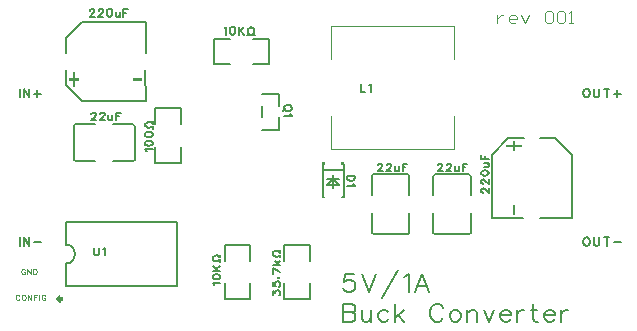
<source format=gto>
G04 Layer: TopSilkscreenLayer*
G04 EasyEDA Pro v2.2.45.4, 2025-12-13 17:00:57*
G04 Gerber Generator version 0.3*
G04 Scale: 100 percent, Rotated: No, Reflected: No*
G04 Dimensions in millimeters*
G04 Leading zeros omitted, absolute positions, 4 integers and 5 decimals*
G04 Generated by one-click*
%FSLAX45Y45*%
%MOMM*%
%ADD10C,0.2032*%
%ADD11C,0.1016*%
%ADD12C,0.1524*%
%ADD13C,0.15001*%
%ADD14C,0.15199*%
%ADD15C,0.11999*%
%ADD16C,0.3023*%
%ADD17C,0.3*%
G75*


G04 Text Start*
G54D10*
G01X728726Y-430022D02*
G01X722122Y-433324D01*
G01X715264Y-439928D01*
G01X711962Y-446532D01*
G01X708660Y-456692D01*
G01X708660Y-473202D01*
G01X711962Y-483362D01*
G01X715264Y-489966D01*
G01X722122Y-496570D01*
G01X728726Y-499872D01*
G01X741934Y-499872D01*
G01X748792Y-496570D01*
G01X755396Y-489966D01*
G01X758698Y-483362D01*
G01X762000Y-473202D01*
G01X762000Y-456692D01*
G01X758698Y-446532D01*
G01X755396Y-439928D01*
G01X748792Y-433324D01*
G01X741934Y-430022D01*
G01X728726Y-430022D01*
G01X798322Y-430022D02*
G01X798322Y-479806D01*
G01X801624Y-489966D01*
G01X808228Y-496570D01*
G01X818388Y-499872D01*
G01X824992Y-499872D01*
G01X834898Y-496570D01*
G01X841756Y-489966D01*
G01X845058Y-479806D01*
G01X845058Y-430022D01*
G01X904748Y-430022D02*
G01X904748Y-499872D01*
G01X881380Y-430022D02*
G01X928116Y-430022D01*
G01X994410Y-439928D02*
G01X994410Y-499872D01*
G01X964438Y-469900D02*
G01X1024382Y-469900D01*
G01X728726Y-1687322D02*
G01X722122Y-1690624D01*
G01X715264Y-1697228D01*
G01X711962Y-1703832D01*
G01X708660Y-1713992D01*
G01X708660Y-1730502D01*
G01X711962Y-1740662D01*
G01X715264Y-1747266D01*
G01X722122Y-1753870D01*
G01X728726Y-1757172D01*
G01X741934Y-1757172D01*
G01X748792Y-1753870D01*
G01X755396Y-1747266D01*
G01X758698Y-1740662D01*
G01X762000Y-1730502D01*
G01X762000Y-1713992D01*
G01X758698Y-1703832D01*
G01X755396Y-1697228D01*
G01X748792Y-1690624D01*
G01X741934Y-1687322D01*
G01X728726Y-1687322D01*
G01X798322Y-1687322D02*
G01X798322Y-1737106D01*
G01X801624Y-1747266D01*
G01X808228Y-1753870D01*
G01X818388Y-1757172D01*
G01X824992Y-1757172D01*
G01X834898Y-1753870D01*
G01X841756Y-1747266D01*
G01X845058Y-1737106D01*
G01X845058Y-1687322D01*
G01X904748Y-1687322D02*
G01X904748Y-1757172D01*
G01X881380Y-1687322D02*
G01X928116Y-1687322D01*
G01X964438Y-1727200D02*
G01X1024382Y-1727200D01*
G01X-1235710Y-1995170D02*
G01X-1308608Y-1995170D01*
G01X-1315974Y-2060956D01*
G01X-1308608Y-2053590D01*
G01X-1286764Y-2046224D01*
G01X-1264920Y-2046224D01*
G01X-1243076Y-2053590D01*
G01X-1228344Y-2068322D01*
G01X-1220978Y-2090166D01*
G01X-1220978Y-2104644D01*
G01X-1228344Y-2126742D01*
G01X-1243076Y-2141220D01*
G01X-1264920Y-2148586D01*
G01X-1286764Y-2148586D01*
G01X-1308608Y-2141220D01*
G01X-1315974Y-2133854D01*
G01X-1323340Y-2119376D01*
G01X-1165606Y-1995170D02*
G01X-1107186Y-2148586D01*
G01X-1048766Y-1995170D02*
G01X-1107186Y-2148586D01*
G01X-861822Y-1965960D02*
G01X-993394Y-2199640D01*
G01X-806450Y-2024380D02*
G01X-791718Y-2017014D01*
G01X-769874Y-1995170D01*
G01X-769874Y-2148586D01*
G01X-656082Y-1995170D02*
G01X-714502Y-2148586D01*
G01X-656082Y-1995170D02*
G01X-597662Y-2148586D01*
G01X-692658Y-2097532D02*
G01X-619506Y-2097532D01*
G01X-1323340Y-2249170D02*
G01X-1323340Y-2402586D01*
G01X-1323340Y-2249170D02*
G01X-1257554Y-2249170D01*
G01X-1235710Y-2256536D01*
G01X-1228344Y-2263902D01*
G01X-1220978Y-2278380D01*
G01X-1220978Y-2293112D01*
G01X-1228344Y-2307590D01*
G01X-1235710Y-2314956D01*
G01X-1257554Y-2322322D01*
G01X-1323340Y-2322322D02*
G01X-1257554Y-2322322D01*
G01X-1235710Y-2329434D01*
G01X-1228344Y-2336800D01*
G01X-1220978Y-2351532D01*
G01X-1220978Y-2373376D01*
G01X-1228344Y-2387854D01*
G01X-1235710Y-2395220D01*
G01X-1257554Y-2402586D01*
G01X-1323340Y-2402586D01*
G01X-1165606Y-2300224D02*
G01X-1165606Y-2373376D01*
G01X-1158240Y-2395220D01*
G01X-1143762Y-2402586D01*
G01X-1121664Y-2402586D01*
G01X-1107186Y-2395220D01*
G01X-1085342Y-2373376D01*
G01X-1085342Y-2300224D02*
G01X-1085342Y-2402586D01*
G01X-942340Y-2322322D02*
G01X-956818Y-2307590D01*
G01X-971550Y-2300224D01*
G01X-993394Y-2300224D01*
G01X-1008126Y-2307590D01*
G01X-1022604Y-2322322D01*
G01X-1029970Y-2344166D01*
G01X-1029970Y-2358644D01*
G01X-1022604Y-2380742D01*
G01X-1008126Y-2395220D01*
G01X-993394Y-2402586D01*
G01X-971550Y-2402586D01*
G01X-956818Y-2395220D01*
G01X-942340Y-2380742D01*
G01X-886968Y-2249170D02*
G01X-886968Y-2402586D01*
G01X-813816Y-2300224D02*
G01X-886968Y-2373376D01*
G01X-857758Y-2344166D02*
G01X-806704Y-2402586D01*
G01X-478282Y-2285746D02*
G01X-485394Y-2271014D01*
G01X-500126Y-2256536D01*
G01X-514604Y-2249170D01*
G01X-543814Y-2249170D01*
G01X-558546Y-2256536D01*
G01X-573024Y-2271014D01*
G01X-580390Y-2285746D01*
G01X-587756Y-2307590D01*
G01X-587756Y-2344166D01*
G01X-580390Y-2366010D01*
G01X-573024Y-2380742D01*
G01X-558546Y-2395220D01*
G01X-543814Y-2402586D01*
G01X-514604Y-2402586D01*
G01X-500126Y-2395220D01*
G01X-485394Y-2380742D01*
G01X-478282Y-2366010D01*
G01X-386334Y-2300224D02*
G01X-401066Y-2307590D01*
G01X-415544Y-2322322D01*
G01X-422910Y-2344166D01*
G01X-422910Y-2358644D01*
G01X-415544Y-2380742D01*
G01X-401066Y-2395220D01*
G01X-386334Y-2402586D01*
G01X-364490Y-2402586D01*
G01X-349758Y-2395220D01*
G01X-335280Y-2380742D01*
G01X-327914Y-2358644D01*
G01X-327914Y-2344166D01*
G01X-335280Y-2322322D01*
G01X-349758Y-2307590D01*
G01X-364490Y-2300224D01*
G01X-386334Y-2300224D01*
G01X-272542Y-2300224D02*
G01X-272542Y-2402586D01*
G01X-272542Y-2329434D02*
G01X-250698Y-2307590D01*
G01X-235966Y-2300224D01*
G01X-214122Y-2300224D01*
G01X-199390Y-2307590D01*
G01X-192278Y-2329434D01*
G01X-192278Y-2402586D01*
G01X-136906Y-2300224D02*
G01X-92964Y-2402586D01*
G01X-49276Y-2300224D02*
G01X-92964Y-2402586D01*
G01X6096Y-2344166D02*
G01X93726Y-2344166D01*
G01X93726Y-2329434D01*
G01X86360Y-2314956D01*
G01X79248Y-2307590D01*
G01X64516Y-2300224D01*
G01X42672Y-2300224D01*
G01X27940Y-2307590D01*
G01X13462Y-2322322D01*
G01X6096Y-2344166D01*
G01X6096Y-2358644D01*
G01X13462Y-2380742D01*
G01X27940Y-2395220D01*
G01X42672Y-2402586D01*
G01X64516Y-2402586D01*
G01X79248Y-2395220D01*
G01X93726Y-2380742D01*
G01X149098Y-2300224D02*
G01X149098Y-2402586D01*
G01X149098Y-2344166D02*
G01X156464Y-2322322D01*
G01X170942Y-2307590D01*
G01X185674Y-2300224D01*
G01X207518Y-2300224D01*
G01X284734Y-2249170D02*
G01X284734Y-2373376D01*
G01X292100Y-2395220D01*
G01X306832Y-2402586D01*
G01X321310Y-2402586D01*
G01X262890Y-2300224D02*
G01X313944Y-2300224D01*
G01X376682Y-2344166D02*
G01X464312Y-2344166D01*
G01X464312Y-2329434D01*
G01X456946Y-2314956D01*
G01X449834Y-2307590D01*
G01X435102Y-2300224D01*
G01X413258Y-2300224D01*
G01X398526Y-2307590D01*
G01X384048Y-2322322D01*
G01X376682Y-2344166D01*
G01X376682Y-2358644D01*
G01X384048Y-2380742D01*
G01X398526Y-2395220D01*
G01X413258Y-2402586D01*
G01X435102Y-2402586D01*
G01X449834Y-2395220D01*
G01X464312Y-2380742D01*
G01X519684Y-2300224D02*
G01X519684Y-2402586D01*
G01X519684Y-2344166D02*
G01X527050Y-2322322D01*
G01X541528Y-2307590D01*
G01X556260Y-2300224D01*
G01X578104Y-2300224D01*
G01X-4064762Y-430022D02*
G01X-4064762Y-499872D01*
G01X-4028440Y-430022D02*
G01X-4028440Y-499872D01*
G01X-4028440Y-430022D02*
G01X-3981704Y-499872D01*
G01X-3981704Y-430022D02*
G01X-3981704Y-499872D01*
G01X-3915410Y-439928D02*
G01X-3915410Y-499872D01*
G01X-3945382Y-469900D02*
G01X-3885438Y-469900D01*
G01X-4064762Y-1687322D02*
G01X-4064762Y-1757172D01*
G01X-4028440Y-1687322D02*
G01X-4028440Y-1757172D01*
G01X-4028440Y-1687322D02*
G01X-3981704Y-1757172D01*
G01X-3981704Y-1687322D02*
G01X-3981704Y-1757172D01*
G01X-3945382Y-1727200D02*
G01X-3885438Y-1727200D01*
G54D11*
G01X-25400Y160782D02*
G01X8382Y194818D01*
G01X8382Y194818D02*
G01X25400Y194818D01*
G01X-25400Y127000D02*
G01X-25400Y160782D01*
G01X-25400Y160782D02*
G01X-25400Y194818D01*
G01X93218Y127000D02*
G01X127000Y127000D01*
G01X76200Y144018D02*
G01X93218Y127000D01*
G01X76200Y177800D02*
G01X93218Y194818D01*
G01X93218Y194818D02*
G01X127000Y194818D01*
G01X127000Y194818D02*
G01X144018Y177800D01*
G01X144018Y160782D02*
G01X144018Y177800D01*
G01X76200Y160782D02*
G01X144018Y160782D01*
G01X76200Y144018D02*
G01X76200Y160782D01*
G01X76200Y160782D02*
G01X76200Y177800D01*
G01X211836Y127000D02*
G01X177800Y194818D01*
G01X211836Y127000D02*
G01X245618Y194818D01*
G01X381000Y211582D02*
G01X398018Y228600D01*
G01X381000Y144018D02*
G01X381000Y211582D01*
G01X381000Y144018D02*
G01X398018Y127000D01*
G01X398018Y127000D02*
G01X431800Y127000D01*
G01X431800Y127000D02*
G01X448818Y144018D01*
G01X448818Y144018D02*
G01X448818Y211582D01*
G01X431800Y228600D02*
G01X448818Y211582D01*
G01X398018Y228600D02*
G01X431800Y228600D01*
G01X482600Y211582D02*
G01X499618Y228600D01*
G01X482600Y144018D02*
G01X482600Y211582D01*
G01X482600Y144018D02*
G01X499618Y127000D01*
G01X499618Y127000D02*
G01X533400Y127000D01*
G01X533400Y127000D02*
G01X550418Y144018D01*
G01X550418Y144018D02*
G01X550418Y211582D01*
G01X533400Y228600D02*
G01X550418Y211582D01*
G01X499618Y228600D02*
G01X533400Y228600D01*
G01X601218Y127000D02*
G01X601218Y228600D01*
G01X584200Y211582D02*
G01X601218Y228600D01*
G01X584200Y127000D02*
G01X601218Y127000D01*
G01X601218Y127000D02*
G01X618236Y127000D01*
G01X-4066032Y-2182622D02*
G01X-4068064Y-2178558D01*
G01X-4072128Y-2174494D01*
G01X-4076446Y-2172462D01*
G01X-4084574Y-2172462D01*
G01X-4088638Y-2174494D01*
G01X-4092956Y-2178558D01*
G01X-4094988Y-2182622D01*
G01X-4097020Y-2188972D01*
G01X-4097020Y-2199132D01*
G01X-4094988Y-2205482D01*
G01X-4092956Y-2209546D01*
G01X-4088638Y-2213610D01*
G01X-4084574Y-2215642D01*
G01X-4076446Y-2215642D01*
G01X-4072128Y-2213610D01*
G01X-4068064Y-2209546D01*
G01X-4066032Y-2205482D01*
G01X-4033520Y-2172462D02*
G01X-4037584Y-2174494D01*
G01X-4041902Y-2178558D01*
G01X-4043934Y-2182622D01*
G01X-4045966Y-2188972D01*
G01X-4045966Y-2199132D01*
G01X-4043934Y-2205482D01*
G01X-4041902Y-2209546D01*
G01X-4037584Y-2213610D01*
G01X-4033520Y-2215642D01*
G01X-4025392Y-2215642D01*
G01X-4021074Y-2213610D01*
G01X-4017010Y-2209546D01*
G01X-4014978Y-2205482D01*
G01X-4012946Y-2199132D01*
G01X-4012946Y-2188972D01*
G01X-4014978Y-2182622D01*
G01X-4017010Y-2178558D01*
G01X-4021074Y-2174494D01*
G01X-4025392Y-2172462D01*
G01X-4033520Y-2172462D01*
G01X-3992880Y-2172462D02*
G01X-3992880Y-2215642D01*
G01X-3992880Y-2172462D02*
G01X-3963924Y-2215642D01*
G01X-3963924Y-2172462D02*
G01X-3963924Y-2215642D01*
G01X-3943858Y-2172462D02*
G01X-3943858Y-2215642D01*
G01X-3943858Y-2172462D02*
G01X-3916934Y-2172462D01*
G01X-3943858Y-2193036D02*
G01X-3927348Y-2193036D01*
G01X-3896868Y-2172462D02*
G01X-3896868Y-2215642D01*
G01X-3845814Y-2182622D02*
G01X-3847846Y-2178558D01*
G01X-3851910Y-2174494D01*
G01X-3856228Y-2172462D01*
G01X-3864356Y-2172462D01*
G01X-3868420Y-2174494D01*
G01X-3872738Y-2178558D01*
G01X-3874770Y-2182622D01*
G01X-3876802Y-2188972D01*
G01X-3876802Y-2199132D01*
G01X-3874770Y-2205482D01*
G01X-3872738Y-2209546D01*
G01X-3868420Y-2213610D01*
G01X-3864356Y-2215642D01*
G01X-3856228Y-2215642D01*
G01X-3851910Y-2213610D01*
G01X-3847846Y-2209546D01*
G01X-3845814Y-2205482D01*
G01X-3845814Y-2199132D01*
G01X-3856228Y-2199132D02*
G01X-3845814Y-2199132D01*
G01X-4018915Y-1966722D02*
G01X-4020947Y-1962658D01*
G01X-4025011Y-1958594D01*
G01X-4029329Y-1956562D01*
G01X-4037457Y-1956562D01*
G01X-4041521Y-1958594D01*
G01X-4045839Y-1962658D01*
G01X-4047871Y-1966722D01*
G01X-4049903Y-1973072D01*
G01X-4049903Y-1983232D01*
G01X-4047871Y-1989582D01*
G01X-4045839Y-1993646D01*
G01X-4041521Y-1997710D01*
G01X-4037457Y-1999742D01*
G01X-4029329Y-1999742D01*
G01X-4025011Y-1997710D01*
G01X-4020947Y-1993646D01*
G01X-4018915Y-1989582D01*
G01X-4018915Y-1983232D01*
G01X-4029329Y-1983232D02*
G01X-4018915Y-1983232D01*
G01X-3998849Y-1956562D02*
G01X-3998849Y-1999742D01*
G01X-3998849Y-1956562D02*
G01X-3969893Y-1999742D01*
G01X-3969893Y-1956562D02*
G01X-3969893Y-1999742D01*
G01X-3949827Y-1956562D02*
G01X-3949827Y-1999742D01*
G01X-3949827Y-1956562D02*
G01X-3935349Y-1956562D01*
G01X-3929253Y-1958594D01*
G01X-3924935Y-1962658D01*
G01X-3922903Y-1966722D01*
G01X-3920871Y-1973072D01*
G01X-3920871Y-1983232D01*
G01X-3922903Y-1989582D01*
G01X-3924935Y-1993646D01*
G01X-3929253Y-1997710D01*
G01X-3935349Y-1999742D01*
G01X-3949827Y-1999742D01*
G54D12*
G01X-142240Y-1307338D02*
G01X-145288Y-1307338D01*
G01X-151638Y-1304290D01*
G01X-154686Y-1300988D01*
G01X-157734Y-1294892D01*
G01X-157734Y-1282446D01*
G01X-154686Y-1276350D01*
G01X-151638Y-1273302D01*
G01X-145288Y-1270254D01*
G01X-139192Y-1270254D01*
G01X-133096Y-1273302D01*
G01X-123698Y-1279398D01*
G01X-92710Y-1310386D01*
G01X-92710Y-1266952D01*
G01X-142240Y-1233678D02*
G01X-145288Y-1233678D01*
G01X-151638Y-1230630D01*
G01X-154686Y-1227582D01*
G01X-157734Y-1221486D01*
G01X-157734Y-1209040D01*
G01X-154686Y-1202690D01*
G01X-151638Y-1199642D01*
G01X-145288Y-1196594D01*
G01X-139192Y-1196594D01*
G01X-133096Y-1199642D01*
G01X-123698Y-1205992D01*
G01X-92710Y-1236726D01*
G01X-92710Y-1193546D01*
G01X-157734Y-1144778D02*
G01X-154686Y-1154176D01*
G01X-145288Y-1160272D01*
G01X-130048Y-1163320D01*
G01X-120650Y-1163320D01*
G01X-105156Y-1160272D01*
G01X-95758Y-1154176D01*
G01X-92710Y-1144778D01*
G01X-92710Y-1138682D01*
G01X-95758Y-1129284D01*
G01X-105156Y-1123188D01*
G01X-120650Y-1120140D01*
G01X-130048Y-1120140D01*
G01X-145288Y-1123188D01*
G01X-154686Y-1129284D01*
G01X-157734Y-1138682D01*
G01X-157734Y-1144778D01*
G01X-136144Y-1089914D02*
G01X-105156Y-1089914D01*
G01X-95758Y-1086866D01*
G01X-92710Y-1080770D01*
G01X-92710Y-1071372D01*
G01X-95758Y-1065276D01*
G01X-105156Y-1055878D01*
G01X-136144Y-1055878D02*
G01X-92710Y-1055878D01*
G01X-157734Y-1025652D02*
G01X-92710Y-1025652D01*
G01X-157734Y-1025652D02*
G01X-157734Y-985520D01*
G01X-126746Y-1025652D02*
G01X-126746Y-1001014D01*
G01X-522732Y-1076960D02*
G01X-522732Y-1073912D01*
G01X-519684Y-1067562D01*
G01X-516382Y-1064514D01*
G01X-510286Y-1061466D01*
G01X-497840Y-1061466D01*
G01X-491744Y-1064514D01*
G01X-488696Y-1067562D01*
G01X-485648Y-1073912D01*
G01X-485648Y-1080008D01*
G01X-488696Y-1086104D01*
G01X-494792Y-1095502D01*
G01X-525780Y-1126490D01*
G01X-482346Y-1126490D01*
G01X-449072Y-1076960D02*
G01X-449072Y-1073912D01*
G01X-446024Y-1067562D01*
G01X-442976Y-1064514D01*
G01X-436880Y-1061466D01*
G01X-424434Y-1061466D01*
G01X-418084Y-1064514D01*
G01X-415036Y-1067562D01*
G01X-411988Y-1073912D01*
G01X-411988Y-1080008D01*
G01X-415036Y-1086104D01*
G01X-421386Y-1095502D01*
G01X-452120Y-1126490D01*
G01X-408940Y-1126490D01*
G01X-378714Y-1083056D02*
G01X-378714Y-1114044D01*
G01X-375666Y-1123442D01*
G01X-369570Y-1126490D01*
G01X-360172Y-1126490D01*
G01X-354076Y-1123442D01*
G01X-344678Y-1114044D01*
G01X-344678Y-1083056D02*
G01X-344678Y-1126490D01*
G01X-314452Y-1061466D02*
G01X-314452Y-1126490D01*
G01X-314452Y-1061466D02*
G01X-274320Y-1061466D01*
G01X-314452Y-1092454D02*
G01X-289814Y-1092454D01*
G01X-1030732Y-1076960D02*
G01X-1030732Y-1073912D01*
G01X-1027684Y-1067562D01*
G01X-1024382Y-1064514D01*
G01X-1018286Y-1061466D01*
G01X-1005840Y-1061466D01*
G01X-999744Y-1064514D01*
G01X-996696Y-1067562D01*
G01X-993648Y-1073912D01*
G01X-993648Y-1080008D01*
G01X-996696Y-1086104D01*
G01X-1002792Y-1095502D01*
G01X-1033780Y-1126490D01*
G01X-990346Y-1126490D01*
G01X-957072Y-1076960D02*
G01X-957072Y-1073912D01*
G01X-954024Y-1067562D01*
G01X-950976Y-1064514D01*
G01X-944880Y-1061466D01*
G01X-932434Y-1061466D01*
G01X-926084Y-1064514D01*
G01X-923036Y-1067562D01*
G01X-919988Y-1073912D01*
G01X-919988Y-1080008D01*
G01X-923036Y-1086104D01*
G01X-929386Y-1095502D01*
G01X-960120Y-1126490D01*
G01X-916940Y-1126490D01*
G01X-886714Y-1083056D02*
G01X-886714Y-1114044D01*
G01X-883666Y-1123442D01*
G01X-877570Y-1126490D01*
G01X-868172Y-1126490D01*
G01X-862076Y-1123442D01*
G01X-852678Y-1114044D01*
G01X-852678Y-1083056D02*
G01X-852678Y-1126490D01*
G01X-822452Y-1061466D02*
G01X-822452Y-1126490D01*
G01X-822452Y-1061466D02*
G01X-782320Y-1061466D01*
G01X-822452Y-1092454D02*
G01X-797814Y-1092454D01*
G01X-3469132Y231140D02*
G01X-3469132Y234188D01*
G01X-3466084Y240538D01*
G01X-3462782Y243586D01*
G01X-3456686Y246634D01*
G01X-3444240Y246634D01*
G01X-3438144Y243586D01*
G01X-3435096Y240538D01*
G01X-3432048Y234188D01*
G01X-3432048Y228092D01*
G01X-3435096Y221996D01*
G01X-3441192Y212598D01*
G01X-3472180Y181610D01*
G01X-3428746Y181610D01*
G01X-3395472Y231140D02*
G01X-3395472Y234188D01*
G01X-3392424Y240538D01*
G01X-3389376Y243586D01*
G01X-3383280Y246634D01*
G01X-3370834Y246634D01*
G01X-3364484Y243586D01*
G01X-3361436Y240538D01*
G01X-3358388Y234188D01*
G01X-3358388Y228092D01*
G01X-3361436Y221996D01*
G01X-3367786Y212598D01*
G01X-3398520Y181610D01*
G01X-3355340Y181610D01*
G01X-3306572Y246634D02*
G01X-3315970Y243586D01*
G01X-3322066Y234188D01*
G01X-3325114Y218948D01*
G01X-3325114Y209550D01*
G01X-3322066Y194056D01*
G01X-3315970Y184658D01*
G01X-3306572Y181610D01*
G01X-3300476Y181610D01*
G01X-3291078Y184658D01*
G01X-3284982Y194056D01*
G01X-3281934Y209550D01*
G01X-3281934Y218948D01*
G01X-3284982Y234188D01*
G01X-3291078Y243586D01*
G01X-3300476Y246634D01*
G01X-3306572Y246634D01*
G01X-3251708Y225044D02*
G01X-3251708Y194056D01*
G01X-3248660Y184658D01*
G01X-3242564Y181610D01*
G01X-3233166Y181610D01*
G01X-3227070Y184658D01*
G01X-3217672Y194056D01*
G01X-3217672Y225044D02*
G01X-3217672Y181610D01*
G01X-3187446Y246634D02*
G01X-3187446Y181610D01*
G01X-3187446Y246634D02*
G01X-3147314Y246634D01*
G01X-3187446Y215646D02*
G01X-3162808Y215646D01*
G01X-3456432Y-645160D02*
G01X-3456432Y-642112D01*
G01X-3453384Y-635762D01*
G01X-3450082Y-632714D01*
G01X-3443986Y-629666D01*
G01X-3431540Y-629666D01*
G01X-3425444Y-632714D01*
G01X-3422396Y-635762D01*
G01X-3419348Y-642112D01*
G01X-3419348Y-648208D01*
G01X-3422396Y-654304D01*
G01X-3428492Y-663702D01*
G01X-3459480Y-694690D01*
G01X-3416046Y-694690D01*
G01X-3382772Y-645160D02*
G01X-3382772Y-642112D01*
G01X-3379724Y-635762D01*
G01X-3376676Y-632714D01*
G01X-3370580Y-629666D01*
G01X-3358134Y-629666D01*
G01X-3351784Y-632714D01*
G01X-3348736Y-635762D01*
G01X-3345688Y-642112D01*
G01X-3345688Y-648208D01*
G01X-3348736Y-654304D01*
G01X-3355086Y-663702D01*
G01X-3385820Y-694690D01*
G01X-3342640Y-694690D01*
G01X-3312414Y-651256D02*
G01X-3312414Y-682244D01*
G01X-3309366Y-691642D01*
G01X-3303270Y-694690D01*
G01X-3293872Y-694690D01*
G01X-3287776Y-691642D01*
G01X-3278378Y-682244D01*
G01X-3278378Y-651256D02*
G01X-3278378Y-694690D01*
G01X-3248152Y-629666D02*
G01X-3248152Y-694690D01*
G01X-3248152Y-629666D02*
G01X-3208020Y-629666D01*
G01X-3248152Y-660654D02*
G01X-3223514Y-660654D01*
G01X-1226566Y-1163320D02*
G01X-1291590Y-1163320D01*
G01X-1226566Y-1163320D02*
G01X-1226566Y-1184910D01*
G01X-1229614Y-1194308D01*
G01X-1235710Y-1200404D01*
G01X-1242060Y-1203452D01*
G01X-1251204Y-1206754D01*
G01X-1266698Y-1206754D01*
G01X-1276096Y-1203452D01*
G01X-1282192Y-1200404D01*
G01X-1288542Y-1194308D01*
G01X-1291590Y-1184910D01*
G01X-1291590Y-1163320D01*
G01X-1239012Y-1236980D02*
G01X-1235710Y-1243076D01*
G01X-1226566Y-1252220D01*
G01X-1291590Y-1252220D01*
G01X-1759966Y-584962D02*
G01X-1763014Y-578866D01*
G01X-1769110Y-572516D01*
G01X-1775460Y-569468D01*
G01X-1784604Y-566420D01*
G01X-1800098Y-566420D01*
G01X-1809496Y-569468D01*
G01X-1815592Y-572516D01*
G01X-1821942Y-578866D01*
G01X-1824990Y-584962D01*
G01X-1824990Y-597408D01*
G01X-1821942Y-603504D01*
G01X-1815592Y-609854D01*
G01X-1809496Y-612902D01*
G01X-1800098Y-615950D01*
G01X-1784604Y-615950D01*
G01X-1775460Y-612902D01*
G01X-1769110Y-609854D01*
G01X-1763014Y-603504D01*
G01X-1759966Y-597408D01*
G01X-1759966Y-584962D01*
G01X-1812544Y-594360D02*
G01X-1831086Y-612902D01*
G01X-1772412Y-646176D02*
G01X-1769110Y-652272D01*
G01X-1759966Y-661416D01*
G01X-1824990Y-661416D01*
G01X-3434080Y-1772666D02*
G01X-3434080Y-1819148D01*
G01X-3431032Y-1828292D01*
G01X-3424682Y-1834642D01*
G01X-3415538Y-1837690D01*
G01X-3409188Y-1837690D01*
G01X-3400044Y-1834642D01*
G01X-3393948Y-1828292D01*
G01X-3390646Y-1819148D01*
G01X-3390646Y-1772666D01*
G01X-3360420Y-1785112D02*
G01X-3354324Y-1781810D01*
G01X-3345180Y-1772666D01*
G01X-3345180Y-1837690D01*
G01X-2418588Y-2087880D02*
G01X-2421890Y-2081784D01*
G01X-2431034Y-2072386D01*
G01X-2366010Y-2072386D01*
G01X-2431034Y-2023618D02*
G01X-2427986Y-2033016D01*
G01X-2418588Y-2039112D01*
G01X-2403348Y-2042160D01*
G01X-2393950Y-2042160D01*
G01X-2378456Y-2039112D01*
G01X-2369058Y-2033016D01*
G01X-2366010Y-2023618D01*
G01X-2366010Y-2017522D01*
G01X-2369058Y-2008124D01*
G01X-2378456Y-2002028D01*
G01X-2393950Y-1998980D01*
G01X-2403348Y-1998980D01*
G01X-2418588Y-2002028D01*
G01X-2427986Y-2008124D01*
G01X-2431034Y-2017522D01*
G01X-2431034Y-2023618D01*
G01X-2431034Y-1968754D02*
G01X-2366010Y-1968754D01*
G01X-2431034Y-1925574D02*
G01X-2387854Y-1968754D01*
G01X-2403348Y-1953514D02*
G01X-2366010Y-1925574D01*
G01X-2366010Y-1895348D02*
G01X-2366010Y-1873758D01*
G01X-2375408Y-1880108D01*
G01X-2384552Y-1886204D01*
G01X-2393950Y-1889252D01*
G01X-2403348Y-1889252D01*
G01X-2412492Y-1886204D01*
G01X-2418588Y-1883156D01*
G01X-2424938Y-1876806D01*
G01X-2427986Y-1870710D01*
G01X-2427986Y-1858264D01*
G01X-2424938Y-1852168D01*
G01X-2418588Y-1845818D01*
G01X-2412492Y-1842770D01*
G01X-2403348Y-1839722D01*
G01X-2393950Y-1839722D01*
G01X-2384552Y-1842770D01*
G01X-2375408Y-1849120D01*
G01X-2366010Y-1855216D01*
G01X-2366010Y-1833626D01*
G01X-2329180Y81788D02*
G01X-2323084Y85090D01*
G01X-2313686Y94234D01*
G01X-2313686Y29210D01*
G01X-2264918Y94234D02*
G01X-2274316Y91186D01*
G01X-2280412Y81788D01*
G01X-2283460Y66548D01*
G01X-2283460Y57150D01*
G01X-2280412Y41656D01*
G01X-2274316Y32258D01*
G01X-2264918Y29210D01*
G01X-2258822Y29210D01*
G01X-2249424Y32258D01*
G01X-2243328Y41656D01*
G01X-2240280Y57150D01*
G01X-2240280Y66548D01*
G01X-2243328Y81788D01*
G01X-2249424Y91186D01*
G01X-2258822Y94234D01*
G01X-2264918Y94234D01*
G01X-2210054Y94234D02*
G01X-2210054Y29210D01*
G01X-2166874Y94234D02*
G01X-2210054Y51054D01*
G01X-2194814Y66548D02*
G01X-2166874Y29210D01*
G01X-2136648Y29210D02*
G01X-2115058Y29210D01*
G01X-2121408Y38608D01*
G01X-2127504Y47752D01*
G01X-2130552Y57150D01*
G01X-2130552Y66548D01*
G01X-2127504Y75692D01*
G01X-2124456Y81788D01*
G01X-2118106Y88138D01*
G01X-2112010Y91186D01*
G01X-2099564Y91186D01*
G01X-2093468Y88138D01*
G01X-2087118Y81788D01*
G01X-2084070Y75692D01*
G01X-2081022Y66548D01*
G01X-2081022Y57150D01*
G01X-2084070Y47752D01*
G01X-2090420Y38608D01*
G01X-2096516Y29210D01*
G01X-2074926Y29210D01*
G01X-1923034Y-2170684D02*
G01X-1923034Y-2136648D01*
G01X-1898396Y-2155190D01*
G01X-1898396Y-2145792D01*
G01X-1895348Y-2139696D01*
G01X-1892046Y-2136648D01*
G01X-1882902Y-2133346D01*
G01X-1876552Y-2133346D01*
G01X-1867408Y-2136648D01*
G01X-1861058Y-2142744D01*
G01X-1858010Y-2151888D01*
G01X-1858010Y-2161286D01*
G01X-1861058Y-2170684D01*
G01X-1864360Y-2173732D01*
G01X-1870456Y-2176780D01*
G01X-1923034Y-2066036D02*
G01X-1923034Y-2097024D01*
G01X-1895348Y-2100072D01*
G01X-1898396Y-2097024D01*
G01X-1901444Y-2087880D01*
G01X-1901444Y-2078482D01*
G01X-1898396Y-2069084D01*
G01X-1892046Y-2062988D01*
G01X-1882902Y-2059940D01*
G01X-1876552Y-2059940D01*
G01X-1867408Y-2062988D01*
G01X-1861058Y-2069084D01*
G01X-1858010Y-2078482D01*
G01X-1858010Y-2087880D01*
G01X-1861058Y-2097024D01*
G01X-1864360Y-2100072D01*
G01X-1870456Y-2103120D01*
G01X-1873504Y-2026666D02*
G01X-1870456Y-2029714D01*
G01X-1867408Y-2026666D01*
G01X-1870456Y-2023618D01*
G01X-1873504Y-2026666D01*
G01X-1923034Y-1950212D02*
G01X-1858010Y-1981200D01*
G01X-1923034Y-1993392D02*
G01X-1923034Y-1950212D01*
G01X-1923034Y-1919986D02*
G01X-1858010Y-1919986D01*
G01X-1901444Y-1889252D02*
G01X-1870456Y-1919986D01*
G01X-1882902Y-1907794D02*
G01X-1858010Y-1885950D01*
G01X-1858010Y-1855724D02*
G01X-1858010Y-1834134D01*
G01X-1867408Y-1840484D01*
G01X-1876552Y-1846580D01*
G01X-1885950Y-1849628D01*
G01X-1895348Y-1849628D01*
G01X-1904492Y-1846580D01*
G01X-1910588Y-1843532D01*
G01X-1916938Y-1837182D01*
G01X-1919986Y-1831086D01*
G01X-1919986Y-1818640D01*
G01X-1916938Y-1812544D01*
G01X-1910588Y-1806194D01*
G01X-1904492Y-1803146D01*
G01X-1895348Y-1800098D01*
G01X-1885950Y-1800098D01*
G01X-1876552Y-1803146D01*
G01X-1867408Y-1809496D01*
G01X-1858010Y-1815592D01*
G01X-1858010Y-1794002D01*
G01X-2990088Y-957580D02*
G01X-2993390Y-951484D01*
G01X-3002534Y-942086D01*
G01X-2937510Y-942086D01*
G01X-3002534Y-893318D02*
G01X-2999486Y-902716D01*
G01X-2990088Y-908812D01*
G01X-2974848Y-911860D01*
G01X-2965450Y-911860D01*
G01X-2949956Y-908812D01*
G01X-2940558Y-902716D01*
G01X-2937510Y-893318D01*
G01X-2937510Y-887222D01*
G01X-2940558Y-877824D01*
G01X-2949956Y-871728D01*
G01X-2965450Y-868680D01*
G01X-2974848Y-868680D01*
G01X-2990088Y-871728D01*
G01X-2999486Y-877824D01*
G01X-3002534Y-887222D01*
G01X-3002534Y-893318D01*
G01X-3002534Y-819912D02*
G01X-2999486Y-829310D01*
G01X-2990088Y-835406D01*
G01X-2974848Y-838454D01*
G01X-2965450Y-838454D01*
G01X-2949956Y-835406D01*
G01X-2940558Y-829310D01*
G01X-2937510Y-819912D01*
G01X-2937510Y-813816D01*
G01X-2940558Y-804418D01*
G01X-2949956Y-798322D01*
G01X-2965450Y-795274D01*
G01X-2974848Y-795274D01*
G01X-2990088Y-798322D01*
G01X-2999486Y-804418D01*
G01X-3002534Y-813816D01*
G01X-3002534Y-819912D01*
G01X-2937510Y-765048D02*
G01X-2937510Y-743458D01*
G01X-2946908Y-749808D01*
G01X-2956052Y-755904D01*
G01X-2965450Y-758952D01*
G01X-2974848Y-758952D01*
G01X-2983992Y-755904D01*
G01X-2990088Y-752856D01*
G01X-2996438Y-746506D01*
G01X-2999486Y-740410D01*
G01X-2999486Y-727964D01*
G01X-2996438Y-721868D01*
G01X-2990088Y-715518D01*
G01X-2983992Y-712470D01*
G01X-2974848Y-709422D01*
G01X-2965450Y-709422D01*
G01X-2956052Y-712470D01*
G01X-2946908Y-718820D01*
G01X-2937510Y-724916D01*
G01X-2937510Y-703326D01*
G01X-1173833Y-386979D02*
G01X-1173833Y-452003D01*
G01X-1173833Y-452003D02*
G01X-1136749Y-452003D01*
G01X-1106523Y-399425D02*
G01X-1100427Y-396123D01*
G01X-1091283Y-386979D01*
G01X-1091283Y-452003D01*
G04 Text End*

G04 PolygonModel Start*
G01X196737Y-1519692D02*
G01X-66902Y-1521696D01*
G01X-66902Y-1521696D02*
G01X-66902Y-986010D01*
G01X-66902Y-986010D02*
G01X72544Y-846564D01*
G01X72544Y-846564D02*
G01X202084Y-847900D01*
G01X341433Y-1521079D02*
G01X608280Y-1521747D01*
G01X608280Y-1521747D02*
G01X608280Y-986127D01*
G01X608280Y-986127D02*
G01X468667Y-846513D01*
G01X468667Y-846513D02*
G01X339244Y-846513D01*
G36*
G01X128764Y-1494330D02*
G01X108965Y-1494330D01*
G01X108965Y-1415131D01*
G01X128764Y-1415131D01*
G01X128764Y-1494330D01*
G37*
G36*
G01X128764Y-873930D02*
G01X108965Y-873930D01*
G01X108965Y-953130D01*
G01X128764Y-953130D01*
G01X128764Y-873930D01*
G37*
G36*
G01X184862Y-903630D02*
G01X52864Y-903630D01*
G01X52864Y-923430D01*
G01X184862Y-923430D01*
G01X184862Y-903630D01*
G37*
G01X-261492Y-1149388D02*
G01X-546734Y-1149388D01*
G01X-561974Y-1164628D02*
G01X-561974Y-1328128D01*
G01X-246252Y-1328128D02*
G01X-246252Y-1164628D01*
G01X-561974Y-1646867D02*
G01X-561974Y-1483368D01*
G01X-246252Y-1483368D02*
G01X-246252Y-1646867D01*
G01X-261492Y-1662107D02*
G01X-546734Y-1662107D01*
G01X-246252Y-1164628D02*
G03X-261492Y-1149388I-15240J0D01*
G01X-546734Y-1149388D02*
G03X-561974Y-1164628I0J-15240D01*
G01X-246252Y-1646867D02*
G02X-261492Y-1662107I-15240J0D01*
G01X-546734Y-1662107D02*
G02X-561974Y-1646867I0J15240D01*
G01X-779550Y-1149388D02*
G01X-1064792Y-1149388D01*
G01X-1080032Y-1164628D02*
G01X-1080032Y-1328128D01*
G01X-764310Y-1328128D02*
G01X-764310Y-1164628D01*
G01X-1080032Y-1646867D02*
G01X-1080032Y-1483368D01*
G01X-764310Y-1483368D02*
G01X-764310Y-1646867D01*
G01X-779550Y-1662107D02*
G01X-1064792Y-1662107D01*
G01X-764310Y-1164628D02*
G03X-779550Y-1149388I-15240J0D01*
G01X-1064792Y-1149388D02*
G03X-1080032Y-1164628I0J-15240D01*
G01X-764310Y-1646867D02*
G02X-779550Y-1662107I-15240J0D01*
G01X-1064792Y-1662107D02*
G02X-1080032Y-1646867I0J15240D01*
G01X-2999233Y-271462D02*
G01X-2997229Y-535102D01*
G01X-2997229Y-535102D02*
G01X-3532915Y-535102D01*
G01X-3532915Y-535102D02*
G01X-3672361Y-395656D01*
G01X-3672361Y-395656D02*
G01X-3671025Y-266116D01*
G01X-2997846Y-126766D02*
G01X-2997178Y140081D01*
G01X-2997178Y140081D02*
G01X-3532798Y140081D01*
G01X-3532798Y140081D02*
G01X-3672412Y467D01*
G01X-3672412Y467D02*
G01X-3672412Y-128956D01*
G36*
G01X-3024595Y-339435D02*
G01X-3024595Y-359235D01*
G01X-3103795Y-359235D01*
G01X-3103795Y-339435D01*
G01X-3024595Y-339435D01*
G37*
G36*
G01X-3644995Y-339435D02*
G01X-3644995Y-359235D01*
G01X-3565796Y-359235D01*
G01X-3565796Y-339435D01*
G01X-3644995Y-339435D01*
G37*
G36*
G01X-3615295Y-283337D02*
G01X-3615295Y-415336D01*
G01X-3595496Y-415336D01*
G01X-3595496Y-283337D01*
G01X-3615295Y-283337D01*
G37*
G01X-3091360Y-1027824D02*
G01X-3091360Y-742582D01*
G01X-3106600Y-727342D02*
G01X-3270100Y-727342D01*
G01X-3270100Y-1043064D02*
G01X-3106600Y-1043064D01*
G01X-3588840Y-727342D02*
G01X-3425340Y-727342D01*
G01X-3425340Y-1043064D02*
G01X-3588840Y-1043064D01*
G01X-3604080Y-1027824D02*
G01X-3604080Y-742582D01*
G01X-3106600Y-1043064D02*
G03X-3091360Y-1027824I0J15240D01*
G01X-3091360Y-742582D02*
G03X-3106600Y-727342I-15240J0D01*
G01X-3588840Y-1043064D02*
G02X-3604080Y-1027824I0J15240D01*
G01X-3604080Y-742582D02*
G02X-3588840Y-727342I15240J0D01*
G54D13*
G01X-1409802Y-1156602D02*
G01X-1409802Y-1271603D01*
G01X-1435202Y-1192403D02*
G01X-1384402Y-1192403D01*
G01X-1359002Y-1192403D02*
G01X-1460602Y-1192403D01*
G01X-1409802Y-1192403D02*
G01X-1460602Y-1243203D01*
G01X-1460602Y-1243203D02*
G01X-1359002Y-1243203D01*
G01X-1409802Y-1192403D02*
G01X-1359002Y-1243203D01*
G54D14*
G01X-1487825Y-1344216D02*
G01X-1497434Y-1344216D01*
G01X-1322189Y-1344216D02*
G01X-1331798Y-1344216D01*
G54D12*
G01X-1322189Y-1068972D02*
G01X-1322189Y-1344216D01*
G01X-1497434Y-1068972D02*
G01X-1497434Y-1344216D01*
G01X-1322189Y-1114915D02*
G01X-1497434Y-1114915D01*
G36*
G01X-1505052Y-1076594D02*
G01X-1479812Y-1076594D01*
G01X-1479812Y-1046594D01*
G01X-1504813Y-1046594D01*
G01X-1505052Y-1076594D01*
G37*
G36*
G01X-1314572Y-1076594D02*
G01X-1339812Y-1076594D01*
G01X-1339812Y-1046594D01*
G01X-1314811Y-1046594D01*
G01X-1314572Y-1076594D01*
G37*
G01X-2015721Y-774921D02*
G01X-1870479Y-774921D01*
G01X-1870479Y-774921D02*
G01X-1870479Y-671759D01*
G01X-2015721Y-469679D02*
G01X-1870479Y-469679D01*
G01X-1870479Y-469679D02*
G01X-1870479Y-572841D01*
G01X-2015721Y-667840D02*
G01X-2015721Y-576760D01*
G01X-3673018Y-1908800D02*
G01X-3673018Y-2100941D01*
G01X-3673018Y-2100941D02*
G01X-2727780Y-2100941D01*
G01X-2727780Y-2100941D02*
G01X-2727780Y-1556662D01*
G01X-2727780Y-1556662D02*
G01X-3673018Y-1556662D01*
G01X-3673018Y-1556662D02*
G01X-3673018Y-1748800D01*
G01X-3673019Y-1908800D02*
G03X-3673019Y-1748800I0J80000D01*
G01X-2109845Y-1884385D02*
G01X-2109845Y-1748394D01*
G01X-2109845Y-1748394D02*
G01X-2325663Y-1748394D01*
G01X-2325663Y-1748394D02*
G01X-2325663Y-1884385D01*
G01X-2109845Y-2074626D02*
G01X-2109845Y-2210618D01*
G01X-2109845Y-2210618D02*
G01X-2325663Y-2210618D01*
G01X-2325663Y-2210618D02*
G01X-2325663Y-2074626D01*
G01X-2091847Y-219989D02*
G01X-1955856Y-219989D01*
G01X-1955856Y-219989D02*
G01X-1955856Y-4171D01*
G01X-1955856Y-4171D02*
G01X-2091847Y-4171D01*
G01X-2282088Y-219989D02*
G01X-2418080Y-219989D01*
G01X-2418080Y-219989D02*
G01X-2418080Y-4171D01*
G01X-2418080Y-4171D02*
G01X-2282088Y-4171D01*
G01X-1824427Y-2074626D02*
G01X-1824427Y-2210618D01*
G01X-1824427Y-2210618D02*
G01X-1608609Y-2210618D01*
G01X-1608609Y-2210618D02*
G01X-1608609Y-2074626D01*
G01X-1824427Y-1884385D02*
G01X-1824427Y-1748394D01*
G01X-1824427Y-1748394D02*
G01X-1608609Y-1748394D01*
G01X-1608609Y-1748394D02*
G01X-1608609Y-1884385D01*
G01X-2698791Y-730380D02*
G01X-2698791Y-594388D01*
G01X-2698791Y-594388D02*
G01X-2914609Y-594388D01*
G01X-2914609Y-594388D02*
G01X-2914609Y-730380D01*
G01X-2698791Y-920620D02*
G01X-2698791Y-1056612D01*
G01X-2698791Y-1056612D02*
G01X-2914609Y-1056612D01*
G01X-2914609Y-1056612D02*
G01X-2914609Y-920620D01*
G54D15*
G01X-390194Y-178377D02*
G01X-390194Y101531D01*
G01X-390194Y101531D02*
G01X-1430070Y101531D01*
G01X-1430070Y101531D02*
G01X-1430070Y-178377D01*
G01X-390194Y-658437D02*
G01X-390194Y-938345D01*
G01X-390194Y-938345D02*
G01X-1430070Y-938345D01*
G01X-1430070Y-938345D02*
G01X-1430070Y-658437D01*

G04 Circle Start*
G54D17*
G01X-3740658Y-2209038D02*
G03X-3710635Y-2209038I15011J0D01*
G03X-3740658Y-2209038I-15011J0D01*
G04 Circle End*

M02*


</source>
